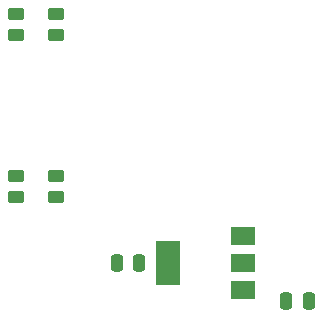
<source format=gtp>
G04 #@! TF.GenerationSoftware,KiCad,Pcbnew,(6.0.2)*
G04 #@! TF.CreationDate,2022-09-28T01:28:21+02:00*
G04 #@! TF.ProjectId,Washing-Machine-Sensor,57617368-696e-4672-9d4d-616368696e65,rev?*
G04 #@! TF.SameCoordinates,Original*
G04 #@! TF.FileFunction,Paste,Top*
G04 #@! TF.FilePolarity,Positive*
%FSLAX46Y46*%
G04 Gerber Fmt 4.6, Leading zero omitted, Abs format (unit mm)*
G04 Created by KiCad (PCBNEW (6.0.2)) date 2022-09-28 01:28:21*
%MOMM*%
%LPD*%
G01*
G04 APERTURE LIST*
G04 Aperture macros list*
%AMRoundRect*
0 Rectangle with rounded corners*
0 $1 Rounding radius*
0 $2 $3 $4 $5 $6 $7 $8 $9 X,Y pos of 4 corners*
0 Add a 4 corners polygon primitive as box body*
4,1,4,$2,$3,$4,$5,$6,$7,$8,$9,$2,$3,0*
0 Add four circle primitives for the rounded corners*
1,1,$1+$1,$2,$3*
1,1,$1+$1,$4,$5*
1,1,$1+$1,$6,$7*
1,1,$1+$1,$8,$9*
0 Add four rect primitives between the rounded corners*
20,1,$1+$1,$2,$3,$4,$5,0*
20,1,$1+$1,$4,$5,$6,$7,0*
20,1,$1+$1,$6,$7,$8,$9,0*
20,1,$1+$1,$8,$9,$2,$3,0*%
G04 Aperture macros list end*
%ADD10RoundRect,0.250000X0.250000X0.475000X-0.250000X0.475000X-0.250000X-0.475000X0.250000X-0.475000X0*%
%ADD11RoundRect,0.250000X0.450000X-0.262500X0.450000X0.262500X-0.450000X0.262500X-0.450000X-0.262500X0*%
%ADD12RoundRect,0.250000X-0.450000X0.262500X-0.450000X-0.262500X0.450000X-0.262500X0.450000X0.262500X0*%
%ADD13R,2.000000X1.500000*%
%ADD14R,2.000000X3.800000*%
G04 APERTURE END LIST*
D10*
X200300000Y-118300000D03*
X198400000Y-118300000D03*
D11*
X175500000Y-109512500D03*
X175500000Y-107687500D03*
X178900000Y-109512500D03*
X178900000Y-107687500D03*
D12*
X175500000Y-93987500D03*
X175500000Y-95812500D03*
D13*
X194700000Y-117400000D03*
D14*
X188400000Y-115100000D03*
D13*
X194700000Y-115100000D03*
X194700000Y-112800000D03*
D10*
X185950000Y-115100000D03*
X184050000Y-115100000D03*
D11*
X178900000Y-95812500D03*
X178900000Y-93987500D03*
M02*

</source>
